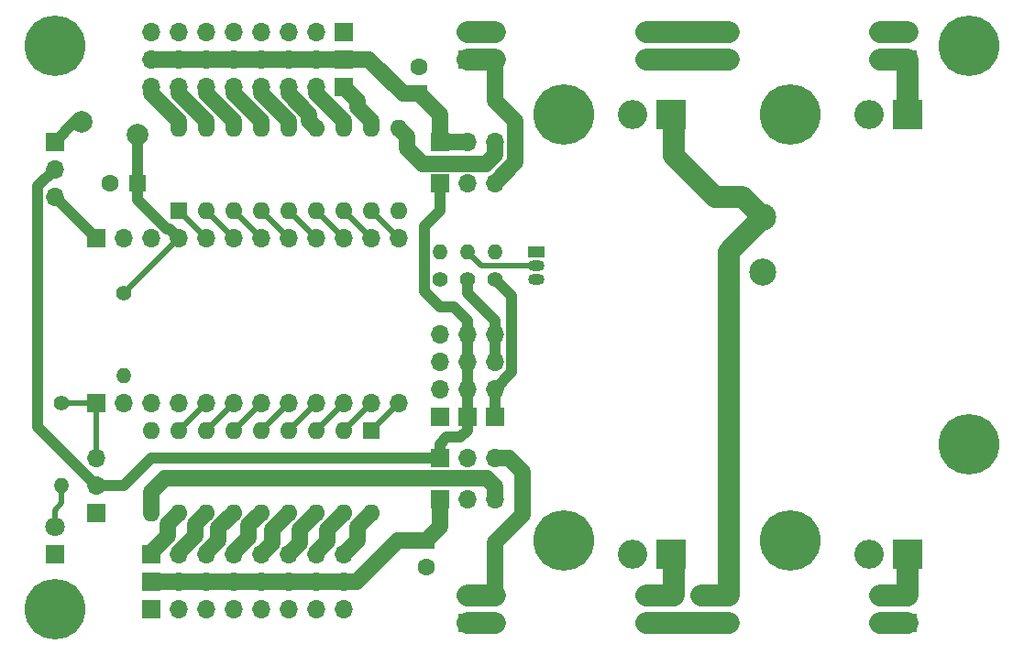
<source format=gbr>
G04 #@! TF.GenerationSoftware,KiCad,Pcbnew,(5.1.5)-3*
G04 #@! TF.CreationDate,2020-05-24T17:55:25+02:00*
G04 #@! TF.ProjectId,MultiSwitch_Sw16_ProMicro,4d756c74-6953-4776-9974-63685f537731,V1.0*
G04 #@! TF.SameCoordinates,Original*
G04 #@! TF.FileFunction,Copper,L1,Top*
G04 #@! TF.FilePolarity,Positive*
%FSLAX46Y46*%
G04 Gerber Fmt 4.6, Leading zero omitted, Abs format (unit mm)*
G04 Created by KiCad (PCBNEW (5.1.5)-3) date 2020-05-24 17:55:25*
%MOMM*%
%LPD*%
G04 APERTURE LIST*
%ADD10C,5.600000*%
%ADD11R,1.700000X1.700000*%
%ADD12O,1.700000X1.700000*%
%ADD13R,2.700000X2.700000*%
%ADD14O,2.700000X2.700000*%
%ADD15C,2.500000*%
%ADD16O,1.500000X1.050000*%
%ADD17R,1.500000X1.050000*%
%ADD18R,1.600000X1.600000*%
%ADD19O,1.600000X1.600000*%
%ADD20C,1.400000*%
%ADD21O,1.400000X1.400000*%
%ADD22C,1.600000*%
%ADD23R,1.800000X1.800000*%
%ADD24C,1.800000*%
%ADD25C,2.010000*%
%ADD26C,2.000000*%
%ADD27C,1.000000*%
%ADD28C,0.500000*%
%ADD29C,1.500000*%
G04 APERTURE END LIST*
D10*
X200025000Y-74930000D03*
D11*
X124460000Y-127000000D03*
D12*
X127000000Y-127000000D03*
X129540000Y-127000000D03*
X132080000Y-127000000D03*
X134620000Y-127000000D03*
X137160000Y-127000000D03*
X139700000Y-127000000D03*
X142240000Y-127000000D03*
D11*
X124460000Y-124460000D03*
D12*
X127000000Y-124460000D03*
X129540000Y-124460000D03*
X132080000Y-124460000D03*
X134620000Y-124460000D03*
X137160000Y-124460000D03*
X139700000Y-124460000D03*
X142240000Y-124460000D03*
D13*
X194310000Y-121920000D03*
D14*
X190754000Y-121920000D03*
D13*
X194310000Y-81280000D03*
D14*
X190754000Y-81280000D03*
D13*
X172466000Y-81280000D03*
D14*
X168910000Y-81280000D03*
D13*
X172466000Y-121920000D03*
D14*
X168910000Y-121920000D03*
D10*
X200025000Y-111760000D03*
X183515000Y-120650000D03*
X183515000Y-81280000D03*
D11*
X153670000Y-76200000D03*
D12*
X156210000Y-76200000D03*
X153670000Y-73660000D03*
X156210000Y-73660000D03*
D10*
X162560000Y-81280000D03*
X162560000Y-120650000D03*
X115570000Y-127000000D03*
D11*
X175260000Y-76200000D03*
D12*
X177800000Y-76200000D03*
X175260000Y-73660000D03*
X177800000Y-73660000D03*
D10*
X115570000Y-74930000D03*
D15*
X180975000Y-95885000D03*
X180975000Y-90805000D03*
D12*
X147320000Y-92710000D03*
X144780000Y-92710000D03*
X142240000Y-92710000D03*
X139700000Y-92710000D03*
X137160000Y-92710000D03*
X134620000Y-92710000D03*
X132080000Y-92710000D03*
X129540000Y-92710000D03*
X127000000Y-92710000D03*
X124460000Y-92710000D03*
X121920000Y-92710000D03*
D11*
X119380000Y-92710000D03*
D12*
X147320000Y-107950000D03*
X144780000Y-107950000D03*
X142240000Y-107950000D03*
X139700000Y-107950000D03*
X137160000Y-107950000D03*
X134620000Y-107950000D03*
X132080000Y-107950000D03*
X129540000Y-107950000D03*
X127000000Y-107950000D03*
X124460000Y-107950000D03*
X121920000Y-107950000D03*
D11*
X119380000Y-107950000D03*
D16*
X160020000Y-95250000D03*
X160020000Y-96520000D03*
D17*
X160020000Y-93980000D03*
D18*
X144780000Y-110490000D03*
D19*
X124460000Y-118110000D03*
X142240000Y-110490000D03*
X127000000Y-118110000D03*
X139700000Y-110490000D03*
X129540000Y-118110000D03*
X137160000Y-110490000D03*
X132080000Y-118110000D03*
X134620000Y-110490000D03*
X134620000Y-118110000D03*
X132080000Y-110490000D03*
X137160000Y-118110000D03*
X129540000Y-110490000D03*
X139700000Y-118110000D03*
X127000000Y-110490000D03*
X142240000Y-118110000D03*
X124460000Y-110490000D03*
X144780000Y-118110000D03*
D11*
X151130000Y-109220000D03*
D12*
X151130000Y-106680000D03*
X151130000Y-104140000D03*
X151130000Y-101600000D03*
X153670000Y-101600000D03*
X153670000Y-104140000D03*
X153670000Y-106680000D03*
D11*
X153670000Y-109220000D03*
X156210000Y-109220000D03*
D12*
X156210000Y-106680000D03*
X156210000Y-104140000D03*
X156210000Y-101600000D03*
X142240000Y-121920000D03*
X139700000Y-121920000D03*
X137160000Y-121920000D03*
X134620000Y-121920000D03*
X132080000Y-121920000D03*
X129540000Y-121920000D03*
X127000000Y-121920000D03*
D11*
X124460000Y-121920000D03*
X142240000Y-78740000D03*
D12*
X139700000Y-78740000D03*
X137160000Y-78740000D03*
X134620000Y-78740000D03*
X132080000Y-78740000D03*
X129540000Y-78740000D03*
X127000000Y-78740000D03*
X124460000Y-78740000D03*
X124460000Y-76200000D03*
X127000000Y-76200000D03*
X129540000Y-76200000D03*
X132080000Y-76200000D03*
X134620000Y-76200000D03*
X137160000Y-76200000D03*
X139700000Y-76200000D03*
D11*
X142240000Y-76200000D03*
X142240000Y-73660000D03*
D12*
X139700000Y-73660000D03*
X137160000Y-73660000D03*
X134620000Y-73660000D03*
X132080000Y-73660000D03*
X129540000Y-73660000D03*
X127000000Y-73660000D03*
X124460000Y-73660000D03*
D20*
X156210000Y-96520000D03*
D21*
X156210000Y-93980000D03*
D20*
X151130000Y-96520000D03*
D21*
X151130000Y-93980000D03*
X153670000Y-93980000D03*
D20*
X153670000Y-96520000D03*
D18*
X149860000Y-120650000D03*
D22*
X149860000Y-123150000D03*
D12*
X156210000Y-83820000D03*
X153670000Y-83820000D03*
D11*
X151130000Y-83820000D03*
D12*
X156210000Y-87630000D03*
X153670000Y-87630000D03*
D11*
X151130000Y-87630000D03*
X151130000Y-113030000D03*
D12*
X153670000Y-113030000D03*
X156210000Y-113030000D03*
D11*
X151130000Y-116840000D03*
D12*
X153670000Y-116840000D03*
X156210000Y-116840000D03*
D18*
X127000000Y-90170000D03*
D19*
X147320000Y-82550000D03*
X129540000Y-90170000D03*
X144780000Y-82550000D03*
X132080000Y-90170000D03*
X142240000Y-82550000D03*
X134620000Y-90170000D03*
X139700000Y-82550000D03*
X137160000Y-90170000D03*
X137160000Y-82550000D03*
X139700000Y-90170000D03*
X134620000Y-82550000D03*
X142240000Y-90170000D03*
X132080000Y-82550000D03*
X144780000Y-90170000D03*
X129540000Y-82550000D03*
X147320000Y-90170000D03*
X127000000Y-82550000D03*
D18*
X123190000Y-87630000D03*
D22*
X120690000Y-87630000D03*
D18*
X149225000Y-79375000D03*
D22*
X149225000Y-76875000D03*
D12*
X119380000Y-113030000D03*
X119380000Y-115570000D03*
D11*
X119380000Y-118110000D03*
X115570000Y-83820000D03*
D12*
X115570000Y-86360000D03*
X115570000Y-88900000D03*
D23*
X115570000Y-121920000D03*
D24*
X115570000Y-119380000D03*
D25*
X123190000Y-83185000D03*
X118090000Y-81985000D03*
D21*
X121920000Y-105410000D03*
D20*
X121920000Y-97790000D03*
X116205000Y-107950000D03*
D21*
X116205000Y-115570000D03*
D11*
X172720000Y-128270000D03*
D12*
X170180000Y-128270000D03*
X172720000Y-125730000D03*
X170180000Y-125730000D03*
D11*
X153670000Y-128270000D03*
D12*
X156210000Y-128270000D03*
X153670000Y-125730000D03*
X156210000Y-125730000D03*
D11*
X172720000Y-76200000D03*
D12*
X170180000Y-76200000D03*
X172720000Y-73660000D03*
X170180000Y-73660000D03*
D11*
X175260000Y-128270000D03*
D12*
X177800000Y-128270000D03*
X175260000Y-125730000D03*
X177800000Y-125730000D03*
D11*
X194310000Y-128270000D03*
D12*
X191770000Y-128270000D03*
X194310000Y-125730000D03*
X191770000Y-125730000D03*
D11*
X194310000Y-76200000D03*
D12*
X191770000Y-76200000D03*
X194310000Y-73660000D03*
X191770000Y-73660000D03*
D26*
X156210000Y-128270000D02*
X153670000Y-128270000D01*
X156210000Y-73660000D02*
X153670000Y-73660000D01*
D27*
X119380000Y-92710000D02*
X115570000Y-88900000D01*
D28*
X154940000Y-95250000D02*
X153670000Y-93980000D01*
X160020000Y-95250000D02*
X154940000Y-95250000D01*
X147320000Y-107950000D02*
X144780000Y-110490000D01*
X144780000Y-107950000D02*
X142240000Y-110490000D01*
X142240000Y-107950000D02*
X139700000Y-110490000D01*
X139700000Y-107950000D02*
X137160000Y-110490000D01*
X137160000Y-107950000D02*
X134620000Y-110490000D01*
X134620000Y-107950000D02*
X132080000Y-110490000D01*
X132080000Y-107950000D02*
X129540000Y-110490000D01*
X129540000Y-107950000D02*
X127000000Y-110490000D01*
X144780000Y-90170000D02*
X147320000Y-92710000D01*
X142240000Y-90170000D02*
X144780000Y-92710000D01*
X139700000Y-90170000D02*
X142240000Y-92710000D01*
X137160000Y-90170000D02*
X139700000Y-92710000D01*
X134620000Y-90170000D02*
X137160000Y-92710000D01*
X132080000Y-90170000D02*
X134620000Y-92710000D01*
X129540000Y-90170000D02*
X132080000Y-92710000D01*
X127000000Y-90170000D02*
X129540000Y-92710000D01*
D27*
X156210000Y-109220000D02*
X156210000Y-106680000D01*
X157770001Y-98080001D02*
X156210000Y-96520000D01*
X156210000Y-106680000D02*
X157770001Y-105119999D01*
X157770001Y-105119999D02*
X157770001Y-98080001D01*
X156210000Y-104140000D02*
X156210000Y-101600000D01*
X156210000Y-101600000D02*
X156210000Y-100330000D01*
X153670000Y-97790000D02*
X153670000Y-96520000D01*
X156210000Y-100330000D02*
X153670000Y-97790000D01*
D29*
X125730000Y-114935000D02*
X124460000Y-116205000D01*
X155507081Y-114935000D02*
X125730000Y-114935000D01*
X156210000Y-116840000D02*
X156210000Y-115637919D01*
X124460000Y-116205000D02*
X124460000Y-118110000D01*
X156210000Y-115637919D02*
X155507081Y-114935000D01*
X148119999Y-84427999D02*
X149511999Y-85819999D01*
X147320000Y-82550000D02*
X148119999Y-83349999D01*
X148119999Y-83349999D02*
X148119999Y-84427999D01*
X156210000Y-85022081D02*
X156210000Y-83820000D01*
X155412082Y-85819999D02*
X156210000Y-85022081D01*
X149511999Y-85819999D02*
X155412082Y-85819999D01*
X151130000Y-119380000D02*
X149860000Y-120650000D01*
X151130000Y-116840000D02*
X151130000Y-119380000D01*
X143442081Y-124460000D02*
X147252081Y-120650000D01*
X142240000Y-124460000D02*
X143442081Y-124460000D01*
X147252081Y-120650000D02*
X149860000Y-120650000D01*
X124460000Y-124460000D02*
X127000000Y-124460000D01*
X127000000Y-124460000D02*
X129540000Y-124460000D01*
X129540000Y-124460000D02*
X132080000Y-124460000D01*
X132080000Y-124460000D02*
X134620000Y-124460000D01*
X134620000Y-124460000D02*
X137160000Y-124460000D01*
X137160000Y-124460000D02*
X139700000Y-124460000D01*
X139700000Y-124460000D02*
X142240000Y-124460000D01*
D27*
X123190000Y-89131198D02*
X123190000Y-87630000D01*
X125918803Y-91860001D02*
X123190000Y-89131198D01*
X126150001Y-91860001D02*
X125918803Y-91860001D01*
X127000000Y-92710000D02*
X126150001Y-91860001D01*
X123190000Y-83185000D02*
X123190000Y-87630000D01*
D28*
X121920000Y-97790000D02*
X127000000Y-92710000D01*
D29*
X151130000Y-83820000D02*
X153670000Y-83820000D01*
X151130000Y-81280000D02*
X149225000Y-79375000D01*
X151130000Y-83820000D02*
X151130000Y-81280000D01*
X144590000Y-76200000D02*
X147765000Y-79375000D01*
X142240000Y-76200000D02*
X144590000Y-76200000D01*
X147765000Y-79375000D02*
X149225000Y-79375000D01*
X142240000Y-76200000D02*
X139700000Y-76200000D01*
X139700000Y-76200000D02*
X137160000Y-76200000D01*
X137160000Y-76200000D02*
X134620000Y-76200000D01*
X134620000Y-76200000D02*
X132080000Y-76200000D01*
X132080000Y-76200000D02*
X129540000Y-76200000D01*
X129540000Y-76200000D02*
X127000000Y-76200000D01*
X127000000Y-76200000D02*
X124460000Y-76200000D01*
D28*
X116205000Y-117221000D02*
X116205000Y-115570000D01*
X115570000Y-119380000D02*
X115570000Y-117856000D01*
X115570000Y-117856000D02*
X116205000Y-117221000D01*
D27*
X117405000Y-81985000D02*
X115570000Y-83820000D01*
X118090000Y-81985000D02*
X117405000Y-81985000D01*
X153670000Y-109220000D02*
X153670000Y-106680000D01*
X153670000Y-106680000D02*
X153670000Y-104140000D01*
X153670000Y-104140000D02*
X153670000Y-101600000D01*
D29*
X151130000Y-113030000D02*
X151130000Y-112891198D01*
D27*
X151130000Y-90170000D02*
X151130000Y-87630000D01*
X149719999Y-91580001D02*
X151130000Y-90170000D01*
X153670000Y-100330000D02*
X152400000Y-99060000D01*
X149719999Y-97649999D02*
X149719999Y-91580001D01*
X152400000Y-99060000D02*
X151130000Y-99060000D01*
X153670000Y-101600000D02*
X153670000Y-100330000D01*
X151130000Y-99060000D02*
X149719999Y-97649999D01*
X153670000Y-110490000D02*
X153670000Y-109220000D01*
X151765000Y-111125000D02*
X153035000Y-111125000D01*
X153035000Y-111125000D02*
X153670000Y-110490000D01*
X151130000Y-113030000D02*
X151130000Y-111760000D01*
X151130000Y-111760000D02*
X151765000Y-111125000D01*
X118530001Y-114720001D02*
X119380000Y-115570000D01*
X114009999Y-110199999D02*
X118530001Y-114720001D01*
X115570000Y-86360000D02*
X114009999Y-87920001D01*
X114009999Y-87920001D02*
X114009999Y-110199999D01*
X121920000Y-115570000D02*
X119380000Y-115570000D01*
X151130000Y-113030000D02*
X124460000Y-113030000D01*
X124460000Y-113030000D02*
X121920000Y-115570000D01*
D28*
X119380000Y-107950000D02*
X116205000Y-107950000D01*
X119380000Y-107950000D02*
X119380000Y-113030000D01*
D26*
X153670000Y-125730000D02*
X156210000Y-125730000D01*
D29*
X157480000Y-113030000D02*
X156210000Y-113030000D01*
X158750000Y-114300000D02*
X157480000Y-113030000D01*
X158750000Y-118303450D02*
X158750000Y-114300000D01*
X156210000Y-125730000D02*
X156210000Y-120843450D01*
X156210000Y-120843450D02*
X158750000Y-118303450D01*
D26*
X172720000Y-125730000D02*
X170180000Y-125730000D01*
X172720000Y-122174000D02*
X172466000Y-121920000D01*
X172720000Y-125730000D02*
X172720000Y-122174000D01*
X170180000Y-73660000D02*
X172720000Y-73660000D01*
X172720000Y-73660000D02*
X175260000Y-73660000D01*
X175260000Y-73660000D02*
X177800000Y-73660000D01*
X170180000Y-128270000D02*
X172720000Y-128270000D01*
X172720000Y-128270000D02*
X175260000Y-128270000D01*
X175260000Y-128270000D02*
X177800000Y-128270000D01*
X191770000Y-73660000D02*
X194310000Y-73660000D01*
X191770000Y-128270000D02*
X194310000Y-128270000D01*
X156210000Y-76200000D02*
X153670000Y-76200000D01*
D29*
X158115000Y-81915000D02*
X158115000Y-85725000D01*
X156210000Y-76200000D02*
X156210000Y-80010000D01*
X158115000Y-85725000D02*
X156210000Y-87630000D01*
X156210000Y-80010000D02*
X158115000Y-81915000D01*
D26*
X191770000Y-76200000D02*
X194310000Y-76200000D01*
X194310000Y-81026000D02*
X194056000Y-81280000D01*
X194310000Y-76200000D02*
X194310000Y-81280000D01*
X175260000Y-76200000D02*
X177800000Y-76200000D01*
X172720000Y-76200000D02*
X175260000Y-76200000D01*
X172720000Y-76200000D02*
X170180000Y-76200000D01*
D29*
X143510000Y-119380000D02*
X144780000Y-118110000D01*
X142240000Y-121920000D02*
X143510000Y-120650000D01*
X143510000Y-120650000D02*
X143510000Y-119380000D01*
X140716000Y-120777000D02*
X140716000Y-119634000D01*
X140716000Y-119634000D02*
X142240000Y-118110000D01*
X139700000Y-121920000D02*
X139700000Y-121793000D01*
X139700000Y-121793000D02*
X140716000Y-120777000D01*
X138176000Y-119634000D02*
X139700000Y-118110000D01*
X137160000Y-121920000D02*
X138176000Y-120904000D01*
X138176000Y-120904000D02*
X138176000Y-119634000D01*
X135636000Y-119634000D02*
X137160000Y-118110000D01*
X134620000Y-121920000D02*
X135636000Y-120904000D01*
X135636000Y-120904000D02*
X135636000Y-119634000D01*
X133477000Y-119253000D02*
X134620000Y-118110000D01*
X133477000Y-120396000D02*
X133477000Y-119253000D01*
X132080000Y-121920000D02*
X132080000Y-121793000D01*
X132080000Y-121793000D02*
X133477000Y-120396000D01*
X130683000Y-119507000D02*
X132080000Y-118110000D01*
X130683000Y-120650000D02*
X130683000Y-119507000D01*
X129540000Y-121920000D02*
X129540000Y-121793000D01*
X129540000Y-121793000D02*
X130683000Y-120650000D01*
X128524000Y-119126000D02*
X129540000Y-118110000D01*
X128524000Y-120269000D02*
X128524000Y-119126000D01*
X127000000Y-121920000D02*
X127000000Y-121793000D01*
X127000000Y-121793000D02*
X128524000Y-120269000D01*
X125984000Y-119126000D02*
X127000000Y-118110000D01*
X125984000Y-120269000D02*
X125984000Y-119126000D01*
X124460000Y-121920000D02*
X124460000Y-121793000D01*
X124460000Y-121793000D02*
X125984000Y-120269000D01*
X143510000Y-80010000D02*
X142240000Y-78740000D01*
X143510000Y-80645000D02*
X143510000Y-80010000D01*
X144780000Y-82550000D02*
X144780000Y-81915000D01*
X144780000Y-81915000D02*
X143510000Y-80645000D01*
X139700000Y-79375000D02*
X139700000Y-78740000D01*
X142240000Y-82550000D02*
X142240000Y-81915000D01*
X142240000Y-81915000D02*
X139700000Y-79375000D01*
X137160000Y-79375000D02*
X137160000Y-78740000D01*
X139065000Y-81280000D02*
X137160000Y-79375000D01*
X139700000Y-82550000D02*
X139065000Y-81915000D01*
X139065000Y-81915000D02*
X139065000Y-81280000D01*
X137160000Y-82550000D02*
X137160000Y-81915000D01*
X134620000Y-79375000D02*
X134620000Y-78740000D01*
X137160000Y-81915000D02*
X134620000Y-79375000D01*
X132080000Y-79375000D02*
X132080000Y-78740000D01*
X134620000Y-82550000D02*
X134620000Y-81915000D01*
X134620000Y-81915000D02*
X132080000Y-79375000D01*
X129540000Y-79375000D02*
X129540000Y-78740000D01*
X132080000Y-82550000D02*
X132080000Y-81915000D01*
X132080000Y-81915000D02*
X129540000Y-79375000D01*
X127000000Y-79375000D02*
X127000000Y-78740000D01*
X129540000Y-82550000D02*
X129540000Y-81915000D01*
X129540000Y-81915000D02*
X127000000Y-79375000D01*
X124460000Y-79375000D02*
X124460000Y-78740000D01*
X127000000Y-82550000D02*
X127000000Y-81915000D01*
X127000000Y-81915000D02*
X124460000Y-79375000D01*
D26*
X175260000Y-125730000D02*
X177800000Y-125730000D01*
X177800000Y-93980000D02*
X180975000Y-90805000D01*
X177800000Y-125730000D02*
X177800000Y-93980000D01*
X179070000Y-88900000D02*
X180975000Y-90805000D01*
X176530000Y-88900000D02*
X179070000Y-88900000D01*
X172720000Y-85090000D02*
X176530000Y-88900000D01*
X172466000Y-81280000D02*
X172720000Y-81534000D01*
X172720000Y-81534000D02*
X172720000Y-85090000D01*
X191770000Y-125730000D02*
X194310000Y-125730000D01*
X194310000Y-125730000D02*
X194310000Y-121920000D01*
M02*

</source>
